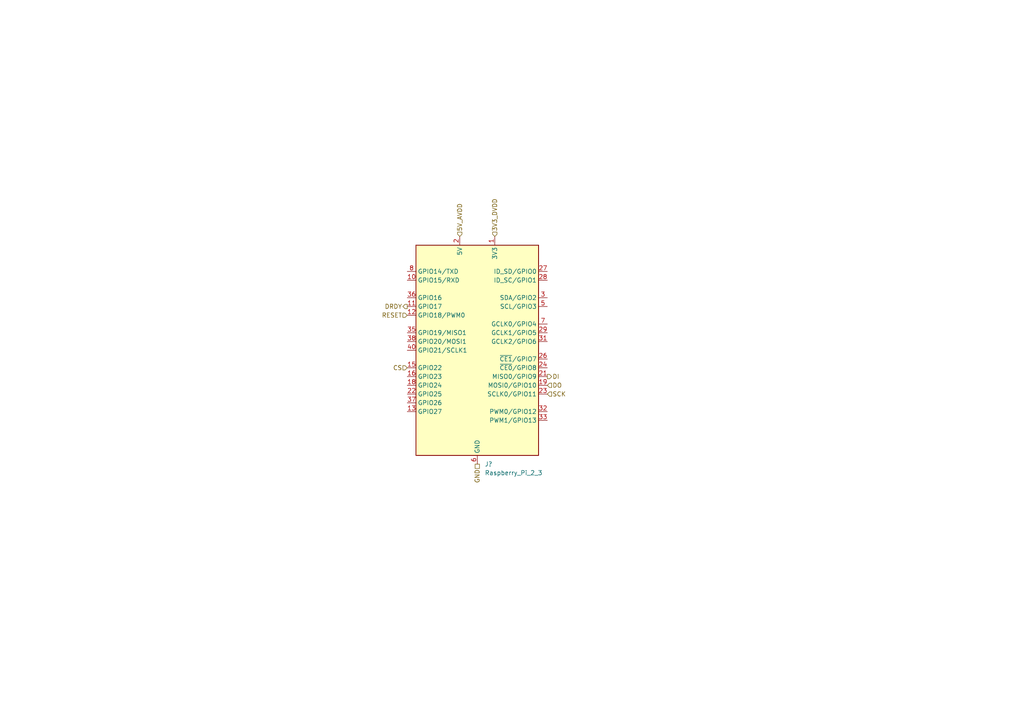
<source format=kicad_sch>
(kicad_sch (version 20250114) (generator "eeschema") (generator_version "9.0")
  (paper "A4")
  (title_block (title "Pressure Transducer Hat Interface") (date "2026-01-26") (rev "1.0") (company "Project Arka"))
  (lib_symbols
    (symbol "Connector:Raspberry_Pi_2_3"
      (property "Reference" "J" (at -17.78 31.75 0))
      (property "Value" "Raspberry_Pi_2_3" (at 10.16 -31.75 0))
      (symbol "Raspberry_Pi_2_3_0_1"
        (rectangle (start -17.78 30.48) (end 17.78 -30.48) (stroke (width 0.254)) (fill (type background)))
      )
      (symbol "Raspberry_Pi_2_3_1_1"
        (pin bidirectional line (at -20.32 22.86 0) (length 2.54) (name "GPIO14/TXD") (number "8"))
        (pin bidirectional line (at -20.32 20.32 0) (length 2.54) (name "GPIO15/RXD") (number "10"))
        (pin bidirectional line (at -20.32 15.24 0) (length 2.54) (name "GPIO16") (number "36"))
        (pin bidirectional line (at -20.32 12.7 0) (length 2.54) (name "GPIO17") (number "11"))
        (pin bidirectional line (at -20.32 10.16 0) (length 2.54) (name "GPIO18/PWM0") (number "12"))
        (pin bidirectional line (at -20.32 5.08 0) (length 2.54) (name "GPIO19/MISO1") (number "35"))
        (pin bidirectional line (at -20.32 2.54 0) (length 2.54) (name "GPIO20/MOSI1") (number "38"))
        (pin bidirectional line (at -20.32 0 0) (length 2.54) (name "GPIO21/SCLK1") (number "40"))
        (pin bidirectional line (at -20.32 -5.08 0) (length 2.54) (name "GPIO22") (number "15"))
        (pin bidirectional line (at -20.32 -7.62 0) (length 2.54) (name "GPIO23") (number "16"))
        (pin bidirectional line (at -20.32 -10.16 0) (length 2.54) (name "GPIO24") (number "18"))
        (pin bidirectional line (at -20.32 -12.7 0) (length 2.54) (name "GPIO25") (number "22"))
        (pin bidirectional line (at -20.32 -15.24 0) (length 2.54) (name "GPIO26") (number "37"))
        (pin bidirectional line (at -20.32 -17.78 0) (length 2.54) (name "GPIO27") (number "13"))
        (pin power_in line (at -5.08 33.02 270) (length 2.54) (name "5V") (number "2"))
        (pin passive line (at -5.08 33.02 270) (length 2.54) (hide yes) (name "5V") (number "4"))
        (pin passive line (at 0 -33.02 90) (length 2.54) (hide yes) (name "GND") (number "14"))
        (pin passive line (at 0 -33.02 90) (length 2.54) (hide yes) (name "GND") (number "20"))
        (pin passive line (at 0 -33.02 90) (length 2.54) (hide yes) (name "GND") (number "25"))
        (pin passive line (at 0 -33.02 90) (length 2.54) (hide yes) (name "GND") (number "30"))
        (pin passive line (at 0 -33.02 90) (length 2.54) (hide yes) (name "GND") (number "34"))
        (pin passive line (at 0 -33.02 90) (length 2.54) (hide yes) (name "GND") (number "39"))
        (pin power_in line (at 0 -33.02 90) (length 2.54) (name "GND") (number "6"))
        (pin passive line (at 0 -33.02 90) (length 2.54) (hide yes) (name "GND") (number "9"))
        (pin power_in line (at 5.08 33.02 270) (length 2.54) (name "3V3") (number "1"))
        (pin passive line (at 5.08 33.02 270) (length 2.54) (hide yes) (name "3V3") (number "17"))
        (pin bidirectional line (at 20.32 22.86 180) (length 2.54) (name "ID_SD/GPIO0") (number "27"))
        (pin bidirectional line (at 20.32 20.32 180) (length 2.54) (name "ID_SC/GPIO1") (number "28"))
        (pin bidirectional line (at 20.32 15.24 180) (length 2.54) (name "SDA/GPIO2") (number "3"))
        (pin bidirectional line (at 20.32 12.7 180) (length 2.54) (name "SCL/GPIO3") (number "5"))
        (pin bidirectional line (at 20.32 7.62 180) (length 2.54) (name "GCLK0/GPIO4") (number "7"))
        (pin bidirectional line (at 20.32 5.08 180) (length 2.54) (name "GCLK1/GPIO5") (number "29"))
        (pin bidirectional line (at 20.32 2.54 180) (length 2.54) (name "GCLK2/GPIO6") (number "31"))
        (pin bidirectional line (at 20.32 -2.54 180) (length 2.54) (name "~{CE1}/GPIO7") (number "26"))
        (pin bidirectional line (at 20.32 -5.08 180) (length 2.54) (name "~{CE0}/GPIO8") (number "24"))
        (pin bidirectional line (at 20.32 -7.62 180) (length 2.54) (name "MISO0/GPIO9") (number "21"))
        (pin bidirectional line (at 20.32 -10.16 180) (length 2.54) (name "MOSI0/GPIO10") (number "19"))
        (pin bidirectional line (at 20.32 -12.7 180) (length 2.54) (name "SCLK0/GPIO11") (number "23"))
        (pin bidirectional line (at 20.32 -17.78 180) (length 2.54) (name "PWM0/GPIO12") (number "32"))
        (pin bidirectional line (at 20.32 -20.32 180) (length 2.54) (name "PWM1/GPIO13") (number "33"))
      )
    )
  )
  (hierarchical_label "5V_AVDD" (shape input) (at 133.35 68.58 90))
  (hierarchical_label "SCK" (shape input) (at 158.75 114.3 0))
  (hierarchical_label "DI" (shape output) (at 158.75 109.22 0))
  (hierarchical_label "DRDY" (shape output) (at 118.11 88.9 180))
  (hierarchical_label "DO" (shape input) (at 158.75 111.76 0))
  (hierarchical_label "GND" (shape passive) (at 138.43 134.62 270))
  (hierarchical_label "RESET" (shape input) (at 118.11 91.44 180))
  (hierarchical_label "CS" (shape input) (at 118.11 106.68 180))
  (hierarchical_label "3V3_DVDD" (shape input) (at 143.51 68.58 90))
  (symbol (lib_id "Connector:Raspberry_Pi_2_3") (at 138.43 101.6 0) (unit 1)
    (property "Reference" "J?" (at 140.5733 134.62 0) (effects (justify left)))
    (property "Value" "Raspberry_Pi_2_3" (at 140.5733 137.16 0) (effects (justify left)))
    (property "Datasheet" "https://www.raspberrypi.org/documentation/hardware/raspberrypi/schematics/rpi_SCH_3bplus_1p0_reduced.pdf" (effects (hide yes)))
    (property "Description" "expansion header for Raspberry Pi 2 & 3" (effects (hide yes)))
  )
)
</source>
